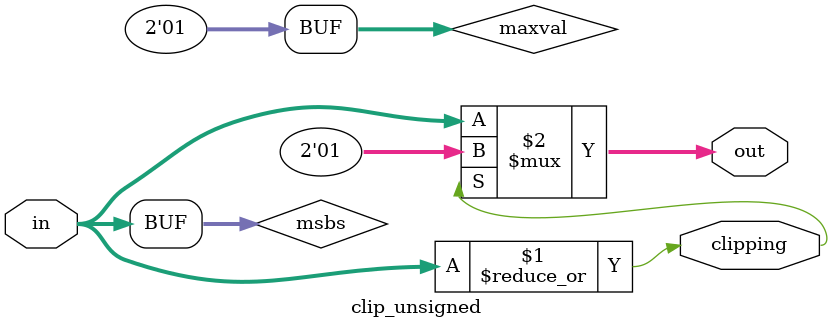
<source format=sv>

module clip_unsigned #(
    parameter int INW  = 0,  // input word length
    parameter int OUTW = 0   // output word length
) (
    input  [ INW-1:0] in,       // input
    output [OUTW-1:0] out,      // clipped output
    output            clipping  // clipping indicator (active-high)
);

  // selects the bits that are to be checked for clipping
  wire [INW-2:OUTW-1] msbs = in[INW-1:OUTW];

  // check if there was a positive clip
  assign clipping = |(msbs);

  // full scale positive value
  wire [OUTW-1:0] maxval = OUTW'('1);

  // clipped value
  assign out = clipping ? maxval : in[OUTW-1:0];

endmodule

</source>
